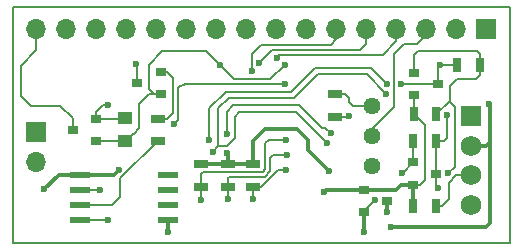
<source format=gbr>
%TF.GenerationSoftware,KiCad,Pcbnew,4.0.7*%
%TF.CreationDate,2018-11-26T14:01:30+00:00*%
%TF.ProjectId,LCD_Controller,4C43445F436F6E74726F6C6C65722E6B,rev?*%
%TF.FileFunction,Copper,L2,Bot,Signal*%
%FSLAX46Y46*%
G04 Gerber Fmt 4.6, Leading zero omitted, Abs format (unit mm)*
G04 Created by KiCad (PCBNEW 4.0.7) date 11/26/18 14:01:30*
%MOMM*%
%LPD*%
G01*
G04 APERTURE LIST*
%ADD10C,0.150000*%
%ADD11R,1.250000X1.000000*%
%ADD12R,0.900000X0.800000*%
%ADD13R,1.700000X1.700000*%
%ADD14O,1.700000X1.700000*%
%ADD15R,1.300000X0.700000*%
%ADD16R,0.700000X1.300000*%
%ADD17C,1.440000*%
%ADD18R,1.750000X1.750000*%
%ADD19C,1.750000*%
%ADD20R,1.750000X0.550000*%
%ADD21C,0.600000*%
%ADD22C,0.180000*%
%ADD23C,0.360000*%
G04 APERTURE END LIST*
D10*
X181787800Y-69189600D02*
X181787800Y-49174400D01*
X139776200Y-69189600D02*
X181787800Y-69189600D01*
X139776200Y-49174400D02*
X139776200Y-69189600D01*
X181813200Y-49174400D02*
X139776200Y-49174400D01*
D11*
X149250400Y-58563000D03*
X149250400Y-60563000D03*
D12*
X169434000Y-66570900D03*
X169434000Y-64670900D03*
X171434000Y-65620900D03*
D13*
X179832000Y-51054000D03*
D14*
X177292000Y-51054000D03*
X174752000Y-51054000D03*
X172212000Y-51054000D03*
X169672000Y-51054000D03*
X167132000Y-51054000D03*
X164592000Y-51054000D03*
X162052000Y-51054000D03*
X159512000Y-51054000D03*
X156972000Y-51054000D03*
X154432000Y-51054000D03*
X151892000Y-51054000D03*
X149352000Y-51054000D03*
X146812000Y-51054000D03*
X144272000Y-51054000D03*
X141732000Y-51054000D03*
D13*
X141681200Y-59804300D03*
D14*
X141681200Y-62344300D03*
D12*
X173713900Y-56664900D03*
X173713900Y-54764900D03*
X175713900Y-55714900D03*
X173599600Y-64259500D03*
X173599600Y-62359500D03*
X175599600Y-63309500D03*
D15*
X155689300Y-62511900D03*
X155689300Y-64411900D03*
X157911800Y-62499200D03*
X157911800Y-64399200D03*
X152019000Y-58638400D03*
X152019000Y-60538400D03*
X160096200Y-62511900D03*
X160096200Y-64411900D03*
X166966900Y-56593700D03*
X166966900Y-58493700D03*
D16*
X173687700Y-58280300D03*
X175587700Y-58280300D03*
X173649600Y-66052700D03*
X175549600Y-66052700D03*
X179245300Y-54076600D03*
X177345300Y-54076600D03*
X173649600Y-60579000D03*
X175549600Y-60579000D03*
D17*
X170180000Y-62687200D03*
X170180000Y-60147200D03*
X170180000Y-57607200D03*
D12*
X152269700Y-54701400D03*
X152269700Y-56601400D03*
X150269700Y-55651400D03*
X146796000Y-58676500D03*
X146796000Y-60576500D03*
X144796000Y-59626500D03*
D18*
X178536600Y-58445400D03*
D19*
X178536600Y-60945400D03*
X178536600Y-63445400D03*
X178536600Y-65945400D03*
D20*
X152861500Y-63423800D03*
X152861500Y-64693800D03*
X152861500Y-65963800D03*
X152861500Y-67233800D03*
X145461500Y-67233800D03*
X145461500Y-65963800D03*
X145461500Y-64693800D03*
X145461500Y-63423800D03*
D21*
X157238700Y-54102000D03*
X162737800Y-54076600D03*
X170357800Y-65557400D03*
X152857200Y-68211700D03*
X169430700Y-68249800D03*
X166497000Y-63093600D03*
X142392400Y-64617600D03*
X148755100Y-62953900D03*
X171754800Y-67818000D03*
X157899100Y-61595000D03*
X171424600Y-66535300D03*
X180073300Y-57391300D03*
X166065200Y-64858900D03*
X147764500Y-57480200D03*
X162877500Y-62953900D03*
X160096200Y-65481200D03*
X162902900Y-61683900D03*
X157911800Y-65481200D03*
X162890200Y-60439300D03*
X155689300Y-65506600D03*
X162077400Y-53479700D03*
X160566100Y-53962300D03*
X159943800Y-54622700D03*
X162775900Y-55702200D03*
X153416000Y-59067700D03*
X157835600Y-59956700D03*
X166636700Y-59867800D03*
X156375100Y-60413900D03*
X171399200Y-55702200D03*
X172618400Y-55689500D03*
X147142200Y-64693800D03*
X175920400Y-54076600D03*
X175755300Y-64541400D03*
X166331900Y-60693300D03*
X156692600Y-61429900D03*
X171361100Y-56527700D03*
X176504600Y-58305700D03*
X147764500Y-67233800D03*
X172656500Y-63233300D03*
X176580800Y-63258700D03*
X168198800Y-58420000D03*
X150190200Y-54025800D03*
D22*
X152269700Y-56601400D02*
X151699000Y-56601400D01*
X151699000Y-56601400D02*
X151269700Y-56172100D01*
X151269700Y-56172100D02*
X151269700Y-54063900D01*
X151269700Y-54063900D02*
X152374600Y-52959000D01*
X152374600Y-52959000D02*
X156095700Y-52959000D01*
X156095700Y-52959000D02*
X157238700Y-54102000D01*
X157238700Y-54102000D02*
X158419800Y-55283100D01*
X158419800Y-55283100D02*
X161531300Y-55283100D01*
X161531300Y-55283100D02*
X162737800Y-54076600D01*
X146796000Y-60576500D02*
X149236900Y-60576500D01*
X149236900Y-60576500D02*
X149907500Y-59905900D01*
X149907500Y-59905900D02*
X149961600Y-59905900D01*
X149961600Y-59905900D02*
X150418800Y-59448700D01*
X150418800Y-59448700D02*
X150418800Y-57429400D01*
X150418800Y-57429400D02*
X151246800Y-56601400D01*
X151246800Y-56601400D02*
X152269700Y-56601400D01*
X169434000Y-66570900D02*
X169434000Y-66481200D01*
X169434000Y-66481200D02*
X170357800Y-65557400D01*
D23*
X152861500Y-67233800D02*
X152861500Y-68207400D01*
X152861500Y-68207400D02*
X152857200Y-68211700D01*
X169434000Y-66570900D02*
X169434000Y-68246500D01*
X169434000Y-68246500D02*
X169430700Y-68249800D01*
X160096200Y-60566300D02*
X160096200Y-62511900D01*
X161099500Y-59563000D02*
X160096200Y-60566300D01*
X163804600Y-59563000D02*
X161099500Y-59563000D01*
X164731700Y-60490100D02*
X163804600Y-59563000D01*
X164731700Y-61328300D02*
X164731700Y-60490100D01*
X166497000Y-63093600D02*
X164731700Y-61328300D01*
X145461500Y-63423800D02*
X143598900Y-63423800D01*
X142405100Y-64617600D02*
X142392400Y-64617600D01*
X143598900Y-63423800D02*
X142405100Y-64617600D01*
X148285200Y-63423800D02*
X145461500Y-63423800D01*
X148755100Y-62953900D02*
X148285200Y-63423800D01*
X180098700Y-60680600D02*
X180124100Y-60655200D01*
X180098700Y-67475100D02*
X180098700Y-60680600D01*
X179755800Y-67818000D02*
X180098700Y-67475100D01*
X172186600Y-67818000D02*
X179755800Y-67818000D01*
X171754800Y-67818000D02*
X172186600Y-67818000D01*
X157911800Y-61607700D02*
X157911800Y-62499200D01*
X157899100Y-61595000D02*
X157911800Y-61607700D01*
X155689300Y-62511900D02*
X157899100Y-62511900D01*
X157899100Y-62511900D02*
X160096200Y-62511900D01*
D22*
X170180000Y-57607200D02*
X168503600Y-57607200D01*
X167858400Y-56593700D02*
X166966900Y-56593700D01*
X168160700Y-56896000D02*
X167858400Y-56593700D01*
X168160700Y-57264300D02*
X168160700Y-56896000D01*
X168503600Y-57607200D02*
X168160700Y-57264300D01*
D23*
X171434000Y-65620900D02*
X171434000Y-66525900D01*
X171434000Y-66525900D02*
X171424600Y-66535300D01*
X171488100Y-65620900D02*
X171434000Y-65620900D01*
X180124100Y-57442100D02*
X180124100Y-60655200D01*
X180073300Y-57391300D02*
X180124100Y-57442100D01*
X180124100Y-60655200D02*
X179833900Y-60945400D01*
X179833900Y-60945400D02*
X178536600Y-60945400D01*
D22*
X173713900Y-56664900D02*
X173713900Y-58254100D01*
X173713900Y-58254100D02*
X174612300Y-59152500D01*
X174612300Y-59152500D02*
X174612300Y-63817500D01*
X174612300Y-63817500D02*
X174170300Y-64259500D01*
X174170300Y-64259500D02*
X173599600Y-64259500D01*
D23*
X169434000Y-64670900D02*
X172171400Y-64670900D01*
X172582800Y-64259500D02*
X173599600Y-64259500D01*
X172171400Y-64670900D02*
X172582800Y-64259500D01*
X169434000Y-64670900D02*
X166253200Y-64670900D01*
X166253200Y-64670900D02*
X166065200Y-64858900D01*
X173599600Y-64259500D02*
X173649600Y-64309500D01*
X173649600Y-64309500D02*
X173649600Y-66052700D01*
D22*
X147764500Y-57480200D02*
X147396200Y-57480200D01*
X147396200Y-57480200D02*
X146796000Y-58080400D01*
X146796000Y-58080400D02*
X146796000Y-58676500D01*
X146796000Y-58676500D02*
X149136900Y-58676500D01*
X149136900Y-58676500D02*
X149250400Y-58563000D01*
X149136900Y-58676500D02*
X149250400Y-58563000D01*
X160096200Y-64411900D02*
X160759100Y-64411900D01*
X162217100Y-62953900D02*
X162877500Y-62953900D01*
X160759100Y-64411900D02*
X162217100Y-62953900D01*
X160096200Y-64411900D02*
X160096200Y-65481200D01*
X157911800Y-64399200D02*
X157911800Y-63664102D01*
X161772600Y-61683900D02*
X162902900Y-61683900D01*
X161493200Y-61963300D02*
X161772600Y-61683900D01*
X161493200Y-63106300D02*
X161493200Y-61963300D01*
X161049698Y-63549802D02*
X161493200Y-63106300D01*
X158026100Y-63549802D02*
X161049698Y-63549802D01*
X157911800Y-63664102D02*
X158026100Y-63549802D01*
X157911800Y-64399200D02*
X157911800Y-65481200D01*
X157911800Y-64427100D02*
X158102300Y-64236600D01*
X155689300Y-64411900D02*
X155689300Y-63334900D01*
X161417000Y-60439300D02*
X162890200Y-60439300D01*
X161112200Y-60744100D02*
X161417000Y-60439300D01*
X161112200Y-62941200D02*
X161112200Y-60744100D01*
X160883600Y-63169800D02*
X161112200Y-62941200D01*
X155854400Y-63169800D02*
X160883600Y-63169800D01*
X155689300Y-63334900D02*
X155854400Y-63169800D01*
X155689300Y-64411900D02*
X155689300Y-65506600D01*
X172212000Y-52095400D02*
X172212000Y-51054000D01*
X171056300Y-53251100D02*
X172212000Y-52095400D01*
X162306000Y-53251100D02*
X171056300Y-53251100D01*
X162077400Y-53479700D02*
X162306000Y-53251100D01*
X169672000Y-52285900D02*
X169672000Y-51054000D01*
X169100500Y-52857400D02*
X169672000Y-52285900D01*
X161671000Y-52857400D02*
X169100500Y-52857400D01*
X160566100Y-53962300D02*
X161671000Y-52857400D01*
X167132000Y-51943000D02*
X167132000Y-51054000D01*
X166649400Y-52425600D02*
X167132000Y-51943000D01*
X160705800Y-52425600D02*
X166649400Y-52425600D01*
X159943800Y-53187600D02*
X160705800Y-52425600D01*
X159943800Y-54622700D02*
X159943800Y-53187600D01*
X154355800Y-55702200D02*
X162775900Y-55702200D01*
X153708100Y-55956200D02*
X154355800Y-55702200D01*
X153708100Y-58775600D02*
X153708100Y-55956200D01*
X153416000Y-59067700D02*
X153708100Y-58775600D01*
X157835600Y-58064400D02*
X157835600Y-59956700D01*
X158394400Y-57505600D02*
X157835600Y-58064400D01*
X163969700Y-57505600D02*
X158394400Y-57505600D01*
X165874700Y-59410600D02*
X163969700Y-57505600D01*
X166179500Y-59410600D02*
X165874700Y-59410600D01*
X166636700Y-59867800D02*
X166179500Y-59410600D01*
X175713900Y-55714900D02*
X172643800Y-55714900D01*
X156375100Y-57785000D02*
X156375100Y-60413900D01*
X157772100Y-56388000D02*
X156375100Y-57785000D01*
X163296600Y-56388000D02*
X157772100Y-56388000D01*
X165290500Y-54394100D02*
X163296600Y-56388000D01*
X170091100Y-54394100D02*
X165290500Y-54394100D01*
X171399200Y-55702200D02*
X170091100Y-54394100D01*
X172643800Y-55714900D02*
X172618400Y-55689500D01*
X147142200Y-64693800D02*
X145461500Y-64693800D01*
X177345300Y-54076600D02*
X175920400Y-54076600D01*
X175713900Y-54283100D02*
X175713900Y-55714900D01*
X175920400Y-54076600D02*
X175713900Y-54283100D01*
X175599600Y-63309500D02*
X175599600Y-64385700D01*
X175599600Y-64385700D02*
X175755300Y-64541400D01*
X157822900Y-60985400D02*
X157137100Y-60985400D01*
X158508700Y-60299600D02*
X157822900Y-60985400D01*
X158508700Y-58496200D02*
X158508700Y-60299600D01*
X158902400Y-58102500D02*
X158508700Y-58496200D01*
X163741100Y-58102500D02*
X158902400Y-58102500D01*
X166331900Y-60693300D02*
X163741100Y-58102500D01*
X175549600Y-60579000D02*
X176199800Y-60579000D01*
X157137100Y-60985400D02*
X156692600Y-61429900D01*
X157137100Y-57785000D02*
X157137100Y-60985400D01*
X158051500Y-56870600D02*
X157137100Y-57785000D01*
X163576000Y-56870600D02*
X158051500Y-56870600D01*
X165595300Y-54851300D02*
X163576000Y-56870600D01*
X169684700Y-54851300D02*
X165595300Y-54851300D01*
X171361100Y-56527700D02*
X169684700Y-54851300D01*
X176504600Y-60274200D02*
X176504600Y-58305700D01*
X176199800Y-60579000D02*
X176504600Y-60274200D01*
X147764500Y-67233800D02*
X145461500Y-67233800D01*
X175549600Y-60579000D02*
X175549600Y-63259500D01*
X175549600Y-63259500D02*
X175599600Y-63309500D01*
X173649600Y-60579000D02*
X173649600Y-62309500D01*
X173649600Y-62309500D02*
X172725800Y-63233300D01*
X172725800Y-63233300D02*
X172656500Y-63233300D01*
X175549600Y-66052700D02*
X176047400Y-66052700D01*
X177257700Y-63445400D02*
X178536600Y-63445400D01*
X176631600Y-64071500D02*
X177257700Y-63445400D01*
X176631600Y-65468500D02*
X176631600Y-64071500D01*
X176047400Y-66052700D02*
X176631600Y-65468500D01*
X176733200Y-57134800D02*
X176733200Y-57238900D01*
X177126900Y-62712600D02*
X176580800Y-63258700D01*
X177126900Y-57632600D02*
X177126900Y-62712600D01*
X176733200Y-57238900D02*
X177126900Y-57632600D01*
X179245300Y-54076600D02*
X179245300Y-54930000D01*
X176733200Y-57134800D02*
X175587700Y-58280300D01*
X176733200Y-55880000D02*
X176733200Y-57134800D01*
X177342800Y-55270400D02*
X176733200Y-55880000D01*
X178904900Y-55270400D02*
X177342800Y-55270400D01*
X179245300Y-54930000D02*
X178904900Y-55270400D01*
X173713900Y-54764900D02*
X173713900Y-53285900D01*
X179245300Y-53147000D02*
X179245300Y-54076600D01*
X179031900Y-52933600D02*
X179245300Y-53147000D01*
X174066200Y-52933600D02*
X179031900Y-52933600D01*
X173713900Y-53285900D02*
X174066200Y-52933600D01*
X170180000Y-60147200D02*
X170180000Y-59486800D01*
X170180000Y-59486800D02*
X172008800Y-57658000D01*
X173990000Y-52362100D02*
X174752000Y-51600100D01*
X172834300Y-52362100D02*
X173990000Y-52362100D01*
X172008800Y-53187600D02*
X172834300Y-52362100D01*
X172008800Y-57658000D02*
X172008800Y-53187600D01*
X174752000Y-51600100D02*
X174752000Y-51054000D01*
X144796000Y-59626500D02*
X144796000Y-58601100D01*
X141732000Y-52857400D02*
X141732000Y-51054000D01*
X140411200Y-54178200D02*
X141732000Y-52857400D01*
X140411200Y-56692800D02*
X140411200Y-54178200D01*
X141287500Y-57569100D02*
X140411200Y-56692800D01*
X143764000Y-57569100D02*
X141287500Y-57569100D01*
X144796000Y-58601100D02*
X143764000Y-57569100D01*
X166966900Y-58493700D02*
X168125100Y-58493700D01*
X168125100Y-58493700D02*
X168198800Y-58420000D01*
X152269700Y-54701400D02*
X152783500Y-54701400D01*
X152803900Y-58638400D02*
X152019000Y-58638400D01*
X153250900Y-58191400D02*
X152803900Y-58638400D01*
X153250900Y-55168800D02*
X153250900Y-58191400D01*
X152783500Y-54701400D02*
X153250900Y-55168800D01*
X145461500Y-65963800D02*
X148145500Y-65963800D01*
X148844000Y-63713400D02*
X152019000Y-60538400D01*
X148844000Y-65265300D02*
X148844000Y-63713400D01*
X148145500Y-65963800D02*
X148844000Y-65265300D01*
X150269700Y-55651400D02*
X150269700Y-54105300D01*
X150269700Y-54105300D02*
X150190200Y-54025800D01*
M02*

</source>
